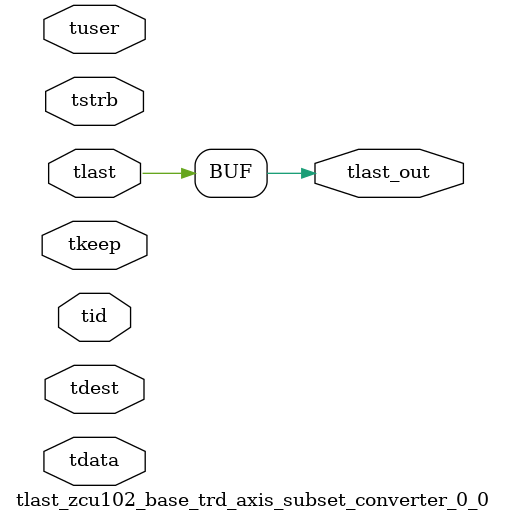
<source format=v>


`timescale 1ps/1ps

module tlast_zcu102_base_trd_axis_subset_converter_0_0 #
(
parameter C_S_AXIS_TID_WIDTH   = 1,
parameter C_S_AXIS_TUSER_WIDTH = 0,
parameter C_S_AXIS_TDATA_WIDTH = 0,
parameter C_S_AXIS_TDEST_WIDTH = 0
)
(
input  [(C_S_AXIS_TID_WIDTH   == 0 ? 1 : C_S_AXIS_TID_WIDTH)-1:0       ] tid,
input  [(C_S_AXIS_TDATA_WIDTH == 0 ? 1 : C_S_AXIS_TDATA_WIDTH)-1:0     ] tdata,
input  [(C_S_AXIS_TUSER_WIDTH == 0 ? 1 : C_S_AXIS_TUSER_WIDTH)-1:0     ] tuser,
input  [(C_S_AXIS_TDEST_WIDTH == 0 ? 1 : C_S_AXIS_TDEST_WIDTH)-1:0     ] tdest,
input  [(C_S_AXIS_TDATA_WIDTH/8)-1:0 ] tkeep,
input  [(C_S_AXIS_TDATA_WIDTH/8)-1:0 ] tstrb,
input  [0:0]                                                             tlast,
output                                                                   tlast_out
);

assign tlast_out = {tlast};

endmodule


</source>
